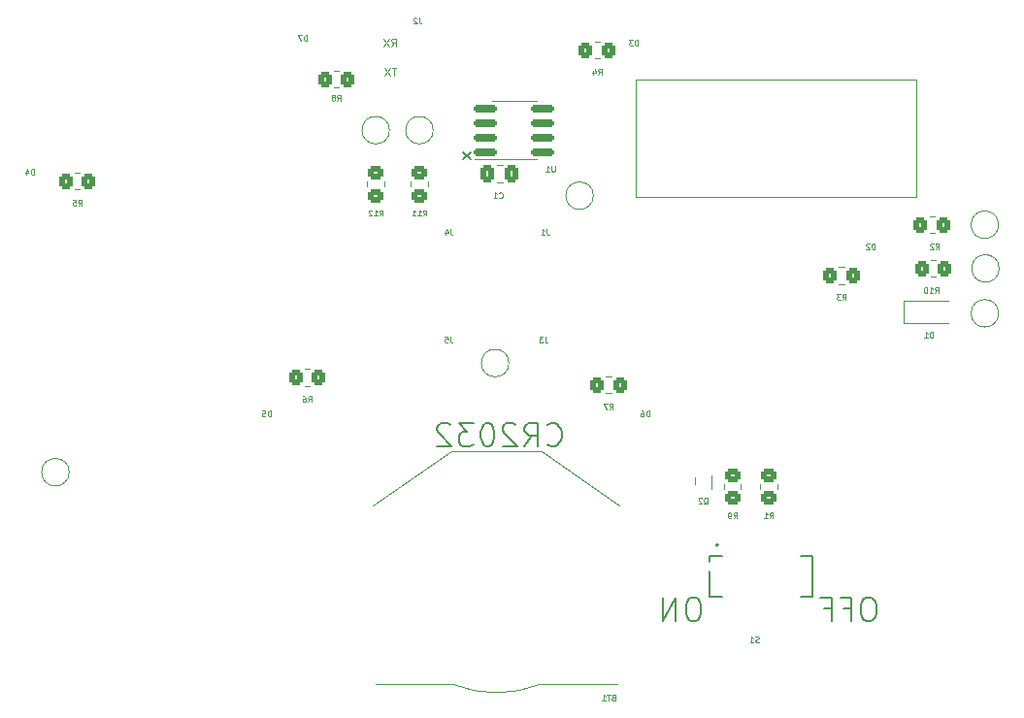
<source format=gbo>
%TF.GenerationSoftware,KiCad,Pcbnew,(6.0.2-0)*%
%TF.CreationDate,2022-12-05T13:59:39+01:00*%
%TF.ProjectId,ornament_2022,6f726e61-6d65-46e7-945f-323032322e6b,rev?*%
%TF.SameCoordinates,Original*%
%TF.FileFunction,Legend,Bot*%
%TF.FilePolarity,Positive*%
%FSLAX46Y46*%
G04 Gerber Fmt 4.6, Leading zero omitted, Abs format (unit mm)*
G04 Created by KiCad (PCBNEW (6.0.2-0)) date 2022-12-05 13:59:39*
%MOMM*%
%LPD*%
G01*
G04 APERTURE LIST*
G04 Aperture macros list*
%AMRoundRect*
0 Rectangle with rounded corners*
0 $1 Rounding radius*
0 $2 $3 $4 $5 $6 $7 $8 $9 X,Y pos of 4 corners*
0 Add a 4 corners polygon primitive as box body*
4,1,4,$2,$3,$4,$5,$6,$7,$8,$9,$2,$3,0*
0 Add four circle primitives for the rounded corners*
1,1,$1+$1,$2,$3*
1,1,$1+$1,$4,$5*
1,1,$1+$1,$6,$7*
1,1,$1+$1,$8,$9*
0 Add four rect primitives between the rounded corners*
20,1,$1+$1,$2,$3,$4,$5,0*
20,1,$1+$1,$4,$5,$6,$7,0*
20,1,$1+$1,$6,$7,$8,$9,0*
20,1,$1+$1,$8,$9,$2,$3,0*%
G04 Aperture macros list end*
%ADD10C,0.150000*%
%ADD11C,0.100000*%
%ADD12C,0.120000*%
%ADD13C,0.127000*%
%ADD14C,0.200000*%
%ADD15C,0.500000*%
%ADD16C,2.000000*%
%ADD17C,4.000000*%
%ADD18RoundRect,0.250000X-0.350000X-0.450000X0.350000X-0.450000X0.350000X0.450000X-0.350000X0.450000X0*%
%ADD19C,1.700000*%
%ADD20R,2.500000X1.000000*%
%ADD21RoundRect,0.250000X-0.450000X0.350000X-0.450000X-0.350000X0.450000X-0.350000X0.450000X0.350000X0*%
%ADD22RoundRect,0.250000X0.350000X0.450000X-0.350000X0.450000X-0.350000X-0.450000X0.350000X-0.450000X0*%
%ADD23RoundRect,0.250000X-0.337500X-0.475000X0.337500X-0.475000X0.337500X0.475000X-0.337500X0.475000X0*%
%ADD24R,0.400000X0.450000*%
%ADD25R,0.500000X0.450000*%
%ADD26RoundRect,0.250000X0.450000X-0.350000X0.450000X0.350000X-0.450000X0.350000X-0.450000X-0.350000X0*%
%ADD27R,0.900000X1.200000*%
%ADD28RoundRect,0.150000X-0.825000X-0.150000X0.825000X-0.150000X0.825000X0.150000X-0.825000X0.150000X0*%
%ADD29R,2.500000X6.000000*%
%ADD30C,16.000000*%
%ADD31R,1.200000X2.500000*%
%ADD32C,0.800000*%
%ADD33C,0.500000*%
G04 APERTURE END LIST*
D10*
X206375000Y-50800000D02*
X205740000Y-50165000D01*
X206375000Y-50165000D02*
X205740000Y-50800000D01*
D11*
X245268750Y-43815000D02*
X220821250Y-43815000D01*
X220821250Y-43815000D02*
X220821250Y-54102000D01*
X220821250Y-54102000D02*
X245268750Y-54102000D01*
X245268750Y-54102000D02*
X245268750Y-43815000D01*
D10*
X213105476Y-75644285D02*
X213200714Y-75739523D01*
X213486428Y-75834761D01*
X213676904Y-75834761D01*
X213962619Y-75739523D01*
X214153095Y-75549047D01*
X214248333Y-75358571D01*
X214343571Y-74977619D01*
X214343571Y-74691904D01*
X214248333Y-74310952D01*
X214153095Y-74120476D01*
X213962619Y-73930000D01*
X213676904Y-73834761D01*
X213486428Y-73834761D01*
X213200714Y-73930000D01*
X213105476Y-74025238D01*
X211105476Y-75834761D02*
X211772142Y-74882380D01*
X212248333Y-75834761D02*
X212248333Y-73834761D01*
X211486428Y-73834761D01*
X211295952Y-73930000D01*
X211200714Y-74025238D01*
X211105476Y-74215714D01*
X211105476Y-74501428D01*
X211200714Y-74691904D01*
X211295952Y-74787142D01*
X211486428Y-74882380D01*
X212248333Y-74882380D01*
X210343571Y-74025238D02*
X210248333Y-73930000D01*
X210057857Y-73834761D01*
X209581666Y-73834761D01*
X209391190Y-73930000D01*
X209295952Y-74025238D01*
X209200714Y-74215714D01*
X209200714Y-74406190D01*
X209295952Y-74691904D01*
X210438809Y-75834761D01*
X209200714Y-75834761D01*
X207962619Y-73834761D02*
X207772142Y-73834761D01*
X207581666Y-73930000D01*
X207486428Y-74025238D01*
X207391190Y-74215714D01*
X207295952Y-74596666D01*
X207295952Y-75072857D01*
X207391190Y-75453809D01*
X207486428Y-75644285D01*
X207581666Y-75739523D01*
X207772142Y-75834761D01*
X207962619Y-75834761D01*
X208153095Y-75739523D01*
X208248333Y-75644285D01*
X208343571Y-75453809D01*
X208438809Y-75072857D01*
X208438809Y-74596666D01*
X208343571Y-74215714D01*
X208248333Y-74025238D01*
X208153095Y-73930000D01*
X207962619Y-73834761D01*
X206629285Y-73834761D02*
X205391190Y-73834761D01*
X206057857Y-74596666D01*
X205772142Y-74596666D01*
X205581666Y-74691904D01*
X205486428Y-74787142D01*
X205391190Y-74977619D01*
X205391190Y-75453809D01*
X205486428Y-75644285D01*
X205581666Y-75739523D01*
X205772142Y-75834761D01*
X206343571Y-75834761D01*
X206534047Y-75739523D01*
X206629285Y-75644285D01*
X204629285Y-74025238D02*
X204534047Y-73930000D01*
X204343571Y-73834761D01*
X203867380Y-73834761D01*
X203676904Y-73930000D01*
X203581666Y-74025238D01*
X203486428Y-74215714D01*
X203486428Y-74406190D01*
X203581666Y-74691904D01*
X204724523Y-75834761D01*
X203486428Y-75834761D01*
D11*
X199506666Y-40956666D02*
X199740000Y-40623333D01*
X199906666Y-40956666D02*
X199906666Y-40256666D01*
X199640000Y-40256666D01*
X199573333Y-40290000D01*
X199540000Y-40323333D01*
X199506666Y-40390000D01*
X199506666Y-40490000D01*
X199540000Y-40556666D01*
X199573333Y-40590000D01*
X199640000Y-40623333D01*
X199906666Y-40623333D01*
X199273333Y-40256666D02*
X198806666Y-40956666D01*
X198806666Y-40256666D02*
X199273333Y-40956666D01*
X199923333Y-42796666D02*
X199523333Y-42796666D01*
X199723333Y-43496666D02*
X199723333Y-42796666D01*
X199356666Y-42796666D02*
X198890000Y-43496666D01*
X198890000Y-42796666D02*
X199356666Y-43496666D01*
D10*
X226028095Y-89074761D02*
X225647142Y-89074761D01*
X225456666Y-89170000D01*
X225266190Y-89360476D01*
X225170952Y-89741428D01*
X225170952Y-90408095D01*
X225266190Y-90789047D01*
X225456666Y-90979523D01*
X225647142Y-91074761D01*
X226028095Y-91074761D01*
X226218571Y-90979523D01*
X226409047Y-90789047D01*
X226504285Y-90408095D01*
X226504285Y-89741428D01*
X226409047Y-89360476D01*
X226218571Y-89170000D01*
X226028095Y-89074761D01*
X224313809Y-91074761D02*
X224313809Y-89074761D01*
X223170952Y-91074761D01*
X223170952Y-89074761D01*
X241299761Y-89074761D02*
X240918809Y-89074761D01*
X240728333Y-89170000D01*
X240537857Y-89360476D01*
X240442619Y-89741428D01*
X240442619Y-90408095D01*
X240537857Y-90789047D01*
X240728333Y-90979523D01*
X240918809Y-91074761D01*
X241299761Y-91074761D01*
X241490238Y-90979523D01*
X241680714Y-90789047D01*
X241775952Y-90408095D01*
X241775952Y-89741428D01*
X241680714Y-89360476D01*
X241490238Y-89170000D01*
X241299761Y-89074761D01*
X238918809Y-90027142D02*
X239585476Y-90027142D01*
X239585476Y-91074761D02*
X239585476Y-89074761D01*
X238633095Y-89074761D01*
X237204523Y-90027142D02*
X237871190Y-90027142D01*
X237871190Y-91074761D02*
X237871190Y-89074761D01*
X236918809Y-89074761D01*
D11*
%TO.C,D7*%
X192139047Y-40493162D02*
X192139047Y-39993162D01*
X192020000Y-39993162D01*
X191948571Y-40016972D01*
X191900952Y-40064591D01*
X191877142Y-40112210D01*
X191853333Y-40207448D01*
X191853333Y-40278876D01*
X191877142Y-40374114D01*
X191900952Y-40421733D01*
X191948571Y-40469352D01*
X192020000Y-40493162D01*
X192139047Y-40493162D01*
X191686666Y-39993162D02*
X191353333Y-39993162D01*
X191567619Y-40493162D01*
%TO.C,D5*%
X188964047Y-73251190D02*
X188964047Y-72751190D01*
X188845000Y-72751190D01*
X188773571Y-72775000D01*
X188725952Y-72822619D01*
X188702142Y-72870238D01*
X188678333Y-72965476D01*
X188678333Y-73036904D01*
X188702142Y-73132142D01*
X188725952Y-73179761D01*
X188773571Y-73227380D01*
X188845000Y-73251190D01*
X188964047Y-73251190D01*
X188225952Y-72751190D02*
X188464047Y-72751190D01*
X188487857Y-72989285D01*
X188464047Y-72965476D01*
X188416428Y-72941666D01*
X188297380Y-72941666D01*
X188249761Y-72965476D01*
X188225952Y-72989285D01*
X188202142Y-73036904D01*
X188202142Y-73155952D01*
X188225952Y-73203571D01*
X188249761Y-73227380D01*
X188297380Y-73251190D01*
X188416428Y-73251190D01*
X188464047Y-73227380D01*
X188487857Y-73203571D01*
%TO.C,D2*%
X241669047Y-58646190D02*
X241669047Y-58146190D01*
X241550000Y-58146190D01*
X241478571Y-58170000D01*
X241430952Y-58217619D01*
X241407142Y-58265238D01*
X241383333Y-58360476D01*
X241383333Y-58431904D01*
X241407142Y-58527142D01*
X241430952Y-58574761D01*
X241478571Y-58622380D01*
X241550000Y-58646190D01*
X241669047Y-58646190D01*
X241192857Y-58193809D02*
X241169047Y-58170000D01*
X241121428Y-58146190D01*
X241002380Y-58146190D01*
X240954761Y-58170000D01*
X240930952Y-58193809D01*
X240907142Y-58241428D01*
X240907142Y-58289047D01*
X240930952Y-58360476D01*
X241216666Y-58646190D01*
X240907142Y-58646190D01*
%TO.C,D6*%
X221984047Y-73251190D02*
X221984047Y-72751190D01*
X221865000Y-72751190D01*
X221793571Y-72775000D01*
X221745952Y-72822619D01*
X221722142Y-72870238D01*
X221698333Y-72965476D01*
X221698333Y-73036904D01*
X221722142Y-73132142D01*
X221745952Y-73179761D01*
X221793571Y-73227380D01*
X221865000Y-73251190D01*
X221984047Y-73251190D01*
X221269761Y-72751190D02*
X221365000Y-72751190D01*
X221412619Y-72775000D01*
X221436428Y-72798809D01*
X221484047Y-72870238D01*
X221507857Y-72965476D01*
X221507857Y-73155952D01*
X221484047Y-73203571D01*
X221460238Y-73227380D01*
X221412619Y-73251190D01*
X221317380Y-73251190D01*
X221269761Y-73227380D01*
X221245952Y-73203571D01*
X221222142Y-73155952D01*
X221222142Y-73036904D01*
X221245952Y-72989285D01*
X221269761Y-72965476D01*
X221317380Y-72941666D01*
X221412619Y-72941666D01*
X221460238Y-72965476D01*
X221484047Y-72989285D01*
X221507857Y-73036904D01*
%TO.C,D4*%
X168309113Y-52154286D02*
X168309113Y-51654286D01*
X168190066Y-51654286D01*
X168118637Y-51678096D01*
X168071018Y-51725715D01*
X168047208Y-51773334D01*
X168023399Y-51868572D01*
X168023399Y-51940000D01*
X168047208Y-52035238D01*
X168071018Y-52082857D01*
X168118637Y-52130476D01*
X168190066Y-52154286D01*
X168309113Y-52154286D01*
X167594827Y-51820953D02*
X167594827Y-52154286D01*
X167713875Y-51630476D02*
X167832923Y-51987619D01*
X167523399Y-51987619D01*
%TO.C,D3*%
X220994865Y-40903736D02*
X220994865Y-40403736D01*
X220875818Y-40403736D01*
X220804389Y-40427546D01*
X220756770Y-40475165D01*
X220732960Y-40522784D01*
X220709151Y-40618022D01*
X220709151Y-40689450D01*
X220732960Y-40784688D01*
X220756770Y-40832307D01*
X220804389Y-40879926D01*
X220875818Y-40903736D01*
X220994865Y-40903736D01*
X220542484Y-40403736D02*
X220232960Y-40403736D01*
X220399627Y-40594212D01*
X220328198Y-40594212D01*
X220280579Y-40618022D01*
X220256770Y-40641831D01*
X220232960Y-40689450D01*
X220232960Y-40808498D01*
X220256770Y-40856117D01*
X220280579Y-40879926D01*
X220328198Y-40903736D01*
X220471056Y-40903736D01*
X220518675Y-40879926D01*
X220542484Y-40856117D01*
%TO.C,R2*%
X246960397Y-58646190D02*
X247127064Y-58408095D01*
X247246111Y-58646190D02*
X247246111Y-58146190D01*
X247055635Y-58146190D01*
X247008016Y-58170000D01*
X246984206Y-58193809D01*
X246960397Y-58241428D01*
X246960397Y-58312857D01*
X246984206Y-58360476D01*
X247008016Y-58384285D01*
X247055635Y-58408095D01*
X247246111Y-58408095D01*
X246769921Y-58193809D02*
X246746111Y-58170000D01*
X246698492Y-58146190D01*
X246579444Y-58146190D01*
X246531825Y-58170000D01*
X246508016Y-58193809D01*
X246484206Y-58241428D01*
X246484206Y-58289047D01*
X246508016Y-58360476D01*
X246793730Y-58646190D01*
X246484206Y-58646190D01*
%TO.C,J4*%
X204636666Y-56876190D02*
X204636666Y-57233333D01*
X204660476Y-57304761D01*
X204708095Y-57352380D01*
X204779523Y-57376190D01*
X204827142Y-57376190D01*
X204184285Y-57042857D02*
X204184285Y-57376190D01*
X204303333Y-56852380D02*
X204422380Y-57209523D01*
X204112857Y-57209523D01*
%TO.C,J2*%
X201906666Y-38461190D02*
X201906666Y-38818333D01*
X201930476Y-38889761D01*
X201978095Y-38937380D01*
X202049523Y-38961190D01*
X202097142Y-38961190D01*
X201692380Y-38508809D02*
X201668571Y-38485000D01*
X201620952Y-38461190D01*
X201501904Y-38461190D01*
X201454285Y-38485000D01*
X201430476Y-38508809D01*
X201406666Y-38556428D01*
X201406666Y-38604047D01*
X201430476Y-38675476D01*
X201716190Y-38961190D01*
X201406666Y-38961190D01*
%TO.C,R12*%
X198441428Y-55741190D02*
X198608095Y-55503095D01*
X198727142Y-55741190D02*
X198727142Y-55241190D01*
X198536666Y-55241190D01*
X198489047Y-55265000D01*
X198465238Y-55288809D01*
X198441428Y-55336428D01*
X198441428Y-55407857D01*
X198465238Y-55455476D01*
X198489047Y-55479285D01*
X198536666Y-55503095D01*
X198727142Y-55503095D01*
X197965238Y-55741190D02*
X198250952Y-55741190D01*
X198108095Y-55741190D02*
X198108095Y-55241190D01*
X198155714Y-55312619D01*
X198203333Y-55360238D01*
X198250952Y-55384047D01*
X197774761Y-55288809D02*
X197750952Y-55265000D01*
X197703333Y-55241190D01*
X197584285Y-55241190D01*
X197536666Y-55265000D01*
X197512857Y-55288809D01*
X197489047Y-55336428D01*
X197489047Y-55384047D01*
X197512857Y-55455476D01*
X197798571Y-55741190D01*
X197489047Y-55741190D01*
%TO.C,R8*%
X194758333Y-45691190D02*
X194925000Y-45453095D01*
X195044047Y-45691190D02*
X195044047Y-45191190D01*
X194853571Y-45191190D01*
X194805952Y-45215000D01*
X194782142Y-45238809D01*
X194758333Y-45286428D01*
X194758333Y-45357857D01*
X194782142Y-45405476D01*
X194805952Y-45429285D01*
X194853571Y-45453095D01*
X195044047Y-45453095D01*
X194472619Y-45405476D02*
X194520238Y-45381666D01*
X194544047Y-45357857D01*
X194567857Y-45310238D01*
X194567857Y-45286428D01*
X194544047Y-45238809D01*
X194520238Y-45215000D01*
X194472619Y-45191190D01*
X194377380Y-45191190D01*
X194329761Y-45215000D01*
X194305952Y-45238809D01*
X194282142Y-45286428D01*
X194282142Y-45310238D01*
X194305952Y-45357857D01*
X194329761Y-45381666D01*
X194377380Y-45405476D01*
X194472619Y-45405476D01*
X194520238Y-45429285D01*
X194544047Y-45453095D01*
X194567857Y-45500714D01*
X194567857Y-45595952D01*
X194544047Y-45643571D01*
X194520238Y-45667380D01*
X194472619Y-45691190D01*
X194377380Y-45691190D01*
X194329761Y-45667380D01*
X194305952Y-45643571D01*
X194282142Y-45595952D01*
X194282142Y-45500714D01*
X194305952Y-45453095D01*
X194329761Y-45429285D01*
X194377380Y-45405476D01*
%TO.C,J1*%
X213049712Y-56876190D02*
X213049712Y-57233333D01*
X213073522Y-57304761D01*
X213121141Y-57352380D01*
X213192569Y-57376190D01*
X213240188Y-57376190D01*
X212549712Y-57376190D02*
X212835426Y-57376190D01*
X212692569Y-57376190D02*
X212692569Y-56876190D01*
X212740188Y-56947619D01*
X212787807Y-56995238D01*
X212835426Y-57019047D01*
%TO.C,R11*%
X202251428Y-55741190D02*
X202418095Y-55503095D01*
X202537142Y-55741190D02*
X202537142Y-55241190D01*
X202346666Y-55241190D01*
X202299047Y-55265000D01*
X202275238Y-55288809D01*
X202251428Y-55336428D01*
X202251428Y-55407857D01*
X202275238Y-55455476D01*
X202299047Y-55479285D01*
X202346666Y-55503095D01*
X202537142Y-55503095D01*
X201775238Y-55741190D02*
X202060952Y-55741190D01*
X201918095Y-55741190D02*
X201918095Y-55241190D01*
X201965714Y-55312619D01*
X202013333Y-55360238D01*
X202060952Y-55384047D01*
X201299047Y-55741190D02*
X201584761Y-55741190D01*
X201441904Y-55741190D02*
X201441904Y-55241190D01*
X201489523Y-55312619D01*
X201537142Y-55360238D01*
X201584761Y-55384047D01*
%TO.C,R10*%
X246906474Y-62456190D02*
X247073141Y-62218095D01*
X247192188Y-62456190D02*
X247192188Y-61956190D01*
X247001712Y-61956190D01*
X246954093Y-61980000D01*
X246930284Y-62003809D01*
X246906474Y-62051428D01*
X246906474Y-62122857D01*
X246930284Y-62170476D01*
X246954093Y-62194285D01*
X247001712Y-62218095D01*
X247192188Y-62218095D01*
X246430284Y-62456190D02*
X246715998Y-62456190D01*
X246573141Y-62456190D02*
X246573141Y-61956190D01*
X246620760Y-62027619D01*
X246668379Y-62075238D01*
X246715998Y-62099047D01*
X246120760Y-61956190D02*
X246073141Y-61956190D01*
X246025522Y-61980000D01*
X246001712Y-62003809D01*
X245977903Y-62051428D01*
X245954093Y-62146666D01*
X245954093Y-62265714D01*
X245977903Y-62360952D01*
X246001712Y-62408571D01*
X246025522Y-62432380D01*
X246073141Y-62456190D01*
X246120760Y-62456190D01*
X246168379Y-62432380D01*
X246192188Y-62408571D01*
X246215998Y-62360952D01*
X246239807Y-62265714D01*
X246239807Y-62146666D01*
X246215998Y-62051428D01*
X246192188Y-62003809D01*
X246168379Y-61980000D01*
X246120760Y-61956190D01*
%TO.C,C1*%
X208895205Y-54153571D02*
X208919014Y-54177380D01*
X208990443Y-54201190D01*
X209038062Y-54201190D01*
X209109491Y-54177380D01*
X209157110Y-54129761D01*
X209180919Y-54082142D01*
X209204729Y-53986904D01*
X209204729Y-53915476D01*
X209180919Y-53820238D01*
X209157110Y-53772619D01*
X209109491Y-53725000D01*
X209038062Y-53701190D01*
X208990443Y-53701190D01*
X208919014Y-53725000D01*
X208895205Y-53748809D01*
X208419014Y-54201190D02*
X208704729Y-54201190D01*
X208561872Y-54201190D02*
X208561872Y-53701190D01*
X208609491Y-53772619D01*
X208657110Y-53820238D01*
X208704729Y-53844047D01*
%TO.C,R7*%
X218523333Y-72616190D02*
X218690000Y-72378095D01*
X218809047Y-72616190D02*
X218809047Y-72116190D01*
X218618571Y-72116190D01*
X218570952Y-72140000D01*
X218547142Y-72163809D01*
X218523333Y-72211428D01*
X218523333Y-72282857D01*
X218547142Y-72330476D01*
X218570952Y-72354285D01*
X218618571Y-72378095D01*
X218809047Y-72378095D01*
X218356666Y-72116190D02*
X218023333Y-72116190D01*
X218237619Y-72616190D01*
%TO.C,Q2*%
X226742619Y-80885855D02*
X226790238Y-80862046D01*
X226837857Y-80814426D01*
X226909285Y-80742998D01*
X226956904Y-80719188D01*
X227004523Y-80719188D01*
X226980714Y-80838236D02*
X227028333Y-80814426D01*
X227075952Y-80766807D01*
X227099761Y-80671569D01*
X227099761Y-80504903D01*
X227075952Y-80409665D01*
X227028333Y-80362046D01*
X226980714Y-80338236D01*
X226885476Y-80338236D01*
X226837857Y-80362046D01*
X226790238Y-80409665D01*
X226766428Y-80504903D01*
X226766428Y-80671569D01*
X226790238Y-80766807D01*
X226837857Y-80814426D01*
X226885476Y-80838236D01*
X226980714Y-80838236D01*
X226575952Y-80385855D02*
X226552142Y-80362046D01*
X226504523Y-80338236D01*
X226385476Y-80338236D01*
X226337857Y-80362046D01*
X226314047Y-80385855D01*
X226290238Y-80433474D01*
X226290238Y-80481093D01*
X226314047Y-80552522D01*
X226599761Y-80838236D01*
X226290238Y-80838236D01*
%TO.C,R1*%
X232493333Y-82141190D02*
X232660000Y-81903095D01*
X232779047Y-82141190D02*
X232779047Y-81641190D01*
X232588571Y-81641190D01*
X232540952Y-81665000D01*
X232517142Y-81688809D01*
X232493333Y-81736428D01*
X232493333Y-81807857D01*
X232517142Y-81855476D01*
X232540952Y-81879285D01*
X232588571Y-81903095D01*
X232779047Y-81903095D01*
X232017142Y-82141190D02*
X232302857Y-82141190D01*
X232160000Y-82141190D02*
X232160000Y-81641190D01*
X232207619Y-81712619D01*
X232255238Y-81760238D01*
X232302857Y-81784047D01*
%TO.C,D1*%
X246749047Y-66361190D02*
X246749047Y-65861190D01*
X246630000Y-65861190D01*
X246558571Y-65885000D01*
X246510952Y-65932619D01*
X246487142Y-65980238D01*
X246463333Y-66075476D01*
X246463333Y-66146904D01*
X246487142Y-66242142D01*
X246510952Y-66289761D01*
X246558571Y-66337380D01*
X246630000Y-66361190D01*
X246749047Y-66361190D01*
X245987142Y-66361190D02*
X246272857Y-66361190D01*
X246130000Y-66361190D02*
X246130000Y-65861190D01*
X246177619Y-65932619D01*
X246225238Y-65980238D01*
X246272857Y-66004047D01*
%TO.C,J3*%
X212891666Y-66274190D02*
X212891666Y-66631333D01*
X212915476Y-66702761D01*
X212963095Y-66750380D01*
X213034523Y-66774190D01*
X213082142Y-66774190D01*
X212701190Y-66274190D02*
X212391666Y-66274190D01*
X212558333Y-66464666D01*
X212486904Y-66464666D01*
X212439285Y-66488476D01*
X212415476Y-66512285D01*
X212391666Y-66559904D01*
X212391666Y-66678952D01*
X212415476Y-66726571D01*
X212439285Y-66750380D01*
X212486904Y-66774190D01*
X212629761Y-66774190D01*
X212677380Y-66750380D01*
X212701190Y-66726571D01*
%TO.C,J5*%
X204636666Y-66274190D02*
X204636666Y-66631333D01*
X204660476Y-66702761D01*
X204708095Y-66750380D01*
X204779523Y-66774190D01*
X204827142Y-66774190D01*
X204160476Y-66274190D02*
X204398571Y-66274190D01*
X204422380Y-66512285D01*
X204398571Y-66488476D01*
X204350952Y-66464666D01*
X204231904Y-66464666D01*
X204184285Y-66488476D01*
X204160476Y-66512285D01*
X204136666Y-66559904D01*
X204136666Y-66678952D01*
X204160476Y-66726571D01*
X204184285Y-66750380D01*
X204231904Y-66774190D01*
X204350952Y-66774190D01*
X204398571Y-66750380D01*
X204422380Y-66726571D01*
%TO.C,U1*%
X213740952Y-51386190D02*
X213740952Y-51790952D01*
X213717142Y-51838571D01*
X213693333Y-51862380D01*
X213645714Y-51886190D01*
X213550476Y-51886190D01*
X213502857Y-51862380D01*
X213479047Y-51838571D01*
X213455238Y-51790952D01*
X213455238Y-51386190D01*
X212955238Y-51886190D02*
X213240952Y-51886190D01*
X213098095Y-51886190D02*
X213098095Y-51386190D01*
X213145714Y-51457619D01*
X213193333Y-51505238D01*
X213240952Y-51529047D01*
%TO.C,R6*%
X192218333Y-71981190D02*
X192385000Y-71743095D01*
X192504047Y-71981190D02*
X192504047Y-71481190D01*
X192313571Y-71481190D01*
X192265952Y-71505000D01*
X192242142Y-71528809D01*
X192218333Y-71576428D01*
X192218333Y-71647857D01*
X192242142Y-71695476D01*
X192265952Y-71719285D01*
X192313571Y-71743095D01*
X192504047Y-71743095D01*
X191789761Y-71481190D02*
X191885000Y-71481190D01*
X191932619Y-71505000D01*
X191956428Y-71528809D01*
X192004047Y-71600238D01*
X192027857Y-71695476D01*
X192027857Y-71885952D01*
X192004047Y-71933571D01*
X191980238Y-71957380D01*
X191932619Y-71981190D01*
X191837380Y-71981190D01*
X191789761Y-71957380D01*
X191765952Y-71933571D01*
X191742142Y-71885952D01*
X191742142Y-71766904D01*
X191765952Y-71719285D01*
X191789761Y-71695476D01*
X191837380Y-71671666D01*
X191932619Y-71671666D01*
X191980238Y-71695476D01*
X192004047Y-71719285D01*
X192027857Y-71766904D01*
%TO.C,BT1*%
X218832857Y-97754285D02*
X218761428Y-97778095D01*
X218737619Y-97801904D01*
X218713809Y-97849523D01*
X218713809Y-97920952D01*
X218737619Y-97968571D01*
X218761428Y-97992380D01*
X218809047Y-98016190D01*
X218999523Y-98016190D01*
X218999523Y-97516190D01*
X218832857Y-97516190D01*
X218785238Y-97540000D01*
X218761428Y-97563809D01*
X218737619Y-97611428D01*
X218737619Y-97659047D01*
X218761428Y-97706666D01*
X218785238Y-97730476D01*
X218832857Y-97754285D01*
X218999523Y-97754285D01*
X218570952Y-97516190D02*
X218285238Y-97516190D01*
X218428095Y-98016190D02*
X218428095Y-97516190D01*
X217856666Y-98016190D02*
X218142380Y-98016190D01*
X217999523Y-98016190D02*
X217999523Y-97516190D01*
X218047142Y-97587619D01*
X218094761Y-97635238D01*
X218142380Y-97659047D01*
%TO.C,S1*%
X231520952Y-92912380D02*
X231449523Y-92936190D01*
X231330476Y-92936190D01*
X231282857Y-92912380D01*
X231259047Y-92888571D01*
X231235238Y-92840952D01*
X231235238Y-92793333D01*
X231259047Y-92745714D01*
X231282857Y-92721904D01*
X231330476Y-92698095D01*
X231425714Y-92674285D01*
X231473333Y-92650476D01*
X231497142Y-92626666D01*
X231520952Y-92579047D01*
X231520952Y-92531428D01*
X231497142Y-92483809D01*
X231473333Y-92460000D01*
X231425714Y-92436190D01*
X231306666Y-92436190D01*
X231235238Y-92460000D01*
X230759047Y-92936190D02*
X231044761Y-92936190D01*
X230901904Y-92936190D02*
X230901904Y-92436190D01*
X230949523Y-92507619D01*
X230997142Y-92555238D01*
X231044761Y-92579047D01*
%TO.C,R9*%
X229318333Y-82141190D02*
X229485000Y-81903095D01*
X229604047Y-82141190D02*
X229604047Y-81641190D01*
X229413571Y-81641190D01*
X229365952Y-81665000D01*
X229342142Y-81688809D01*
X229318333Y-81736428D01*
X229318333Y-81807857D01*
X229342142Y-81855476D01*
X229365952Y-81879285D01*
X229413571Y-81903095D01*
X229604047Y-81903095D01*
X229080238Y-82141190D02*
X228985000Y-82141190D01*
X228937380Y-82117380D01*
X228913571Y-82093571D01*
X228865952Y-82022142D01*
X228842142Y-81926904D01*
X228842142Y-81736428D01*
X228865952Y-81688809D01*
X228889761Y-81665000D01*
X228937380Y-81641190D01*
X229032619Y-81641190D01*
X229080238Y-81665000D01*
X229104047Y-81688809D01*
X229127857Y-81736428D01*
X229127857Y-81855476D01*
X229104047Y-81903095D01*
X229080238Y-81926904D01*
X229032619Y-81950714D01*
X228937380Y-81950714D01*
X228889761Y-81926904D01*
X228865952Y-81903095D01*
X228842142Y-81855476D01*
%TO.C,R4*%
X217523333Y-43406190D02*
X217690000Y-43168095D01*
X217809047Y-43406190D02*
X217809047Y-42906190D01*
X217618571Y-42906190D01*
X217570952Y-42930000D01*
X217547142Y-42953809D01*
X217523333Y-43001428D01*
X217523333Y-43072857D01*
X217547142Y-43120476D01*
X217570952Y-43144285D01*
X217618571Y-43168095D01*
X217809047Y-43168095D01*
X217094761Y-43072857D02*
X217094761Y-43406190D01*
X217213809Y-42882380D02*
X217332857Y-43239523D01*
X217023333Y-43239523D01*
%TO.C,R3*%
X238843333Y-63091190D02*
X239010000Y-62853095D01*
X239129047Y-63091190D02*
X239129047Y-62591190D01*
X238938571Y-62591190D01*
X238890952Y-62615000D01*
X238867142Y-62638809D01*
X238843333Y-62686428D01*
X238843333Y-62757857D01*
X238867142Y-62805476D01*
X238890952Y-62829285D01*
X238938571Y-62853095D01*
X239129047Y-62853095D01*
X238676666Y-62591190D02*
X238367142Y-62591190D01*
X238533809Y-62781666D01*
X238462380Y-62781666D01*
X238414761Y-62805476D01*
X238390952Y-62829285D01*
X238367142Y-62876904D01*
X238367142Y-62995952D01*
X238390952Y-63043571D01*
X238414761Y-63067380D01*
X238462380Y-63091190D01*
X238605238Y-63091190D01*
X238652857Y-63067380D01*
X238676666Y-63043571D01*
%TO.C,R5*%
X172168333Y-54836190D02*
X172335000Y-54598095D01*
X172454047Y-54836190D02*
X172454047Y-54336190D01*
X172263571Y-54336190D01*
X172215952Y-54360000D01*
X172192142Y-54383809D01*
X172168333Y-54431428D01*
X172168333Y-54502857D01*
X172192142Y-54550476D01*
X172215952Y-54574285D01*
X172263571Y-54598095D01*
X172454047Y-54598095D01*
X171715952Y-54336190D02*
X171954047Y-54336190D01*
X171977857Y-54574285D01*
X171954047Y-54550476D01*
X171906428Y-54526666D01*
X171787380Y-54526666D01*
X171739761Y-54550476D01*
X171715952Y-54574285D01*
X171692142Y-54621904D01*
X171692142Y-54740952D01*
X171715952Y-54788571D01*
X171739761Y-54812380D01*
X171787380Y-54836190D01*
X171906428Y-54836190D01*
X171954047Y-54812380D01*
X171977857Y-54788571D01*
D12*
%TO.C,TP5*%
X209734000Y-68580000D02*
G75*
G03*
X209734000Y-68580000I-1200000J0D01*
G01*
%TO.C,TP8*%
X252501954Y-60325000D02*
G75*
G03*
X252501954Y-60325000I-1200000J0D01*
G01*
%TO.C,TP7*%
X252448826Y-56515000D02*
G75*
G03*
X252448826Y-56515000I-1200000J0D01*
G01*
%TO.C,TP6*%
X252448826Y-64243474D02*
G75*
G03*
X252448826Y-64243474I-1200000J0D01*
G01*
%TO.C,TP2*%
X171380000Y-78105000D02*
G75*
G03*
X171380000Y-78105000I-1200000J0D01*
G01*
%TO.C,R2*%
X246422936Y-57250000D02*
X246877064Y-57250000D01*
X246422936Y-55780000D02*
X246877064Y-55780000D01*
%TO.C,TP1*%
X217100000Y-53975000D02*
G75*
G03*
X217100000Y-53975000I-1200000J0D01*
G01*
%TO.C,R12*%
X198855000Y-52747936D02*
X198855000Y-53202064D01*
X197385000Y-52747936D02*
X197385000Y-53202064D01*
%TO.C,TP4*%
X199320000Y-48260000D02*
G75*
G03*
X199320000Y-48260000I-1200000J0D01*
G01*
%TO.C,R8*%
X194447936Y-44550000D02*
X194902064Y-44550000D01*
X194447936Y-43080000D02*
X194902064Y-43080000D01*
%TO.C,R11*%
X201195000Y-52747936D02*
X201195000Y-53202064D01*
X202665000Y-52747936D02*
X202665000Y-53202064D01*
%TO.C,R10*%
X246972064Y-59590000D02*
X246517936Y-59590000D01*
X246972064Y-61060000D02*
X246517936Y-61060000D01*
%TO.C,TP3*%
X203130000Y-48260000D02*
G75*
G03*
X203130000Y-48260000I-1200000J0D01*
G01*
%TO.C,C1*%
X208653748Y-51335000D02*
X209176252Y-51335000D01*
X208653748Y-52805000D02*
X209176252Y-52805000D01*
%TO.C,R7*%
X218667064Y-71220000D02*
X218212936Y-71220000D01*
X218667064Y-69750000D02*
X218212936Y-69750000D01*
%TO.C,Q2*%
X225995000Y-78567000D02*
X225995000Y-79167000D01*
X227395000Y-78367000D02*
X227395000Y-79567000D01*
X227395000Y-79567000D02*
X227395000Y-79567000D01*
%TO.C,R1*%
X233145000Y-79602064D02*
X233145000Y-79147936D01*
X231675000Y-79602064D02*
X231675000Y-79147936D01*
%TO.C,D1*%
X244130000Y-63135000D02*
X248030000Y-63135000D01*
X244130000Y-65135000D02*
X244130000Y-63135000D01*
X244130000Y-65135000D02*
X248030000Y-65135000D01*
%TO.C,U1*%
X210185000Y-45700000D02*
X208235000Y-45700000D01*
X210185000Y-50820000D02*
X212135000Y-50820000D01*
X210185000Y-50820000D02*
X206735000Y-50820000D01*
X210185000Y-45700000D02*
X212135000Y-45700000D01*
%TO.C,R6*%
X191907936Y-69115000D02*
X192362064Y-69115000D01*
X191907936Y-70585000D02*
X192362064Y-70585000D01*
%TO.C,BT1*%
X212603826Y-76253474D02*
X219403826Y-81053474D01*
X204703826Y-76253474D02*
X212603826Y-76253474D01*
X197853826Y-81053474D02*
X204703826Y-76253474D01*
X219203826Y-96603474D02*
X212503826Y-96603474D01*
X198103826Y-96603474D02*
X204803826Y-96603474D01*
X204807441Y-96604938D02*
G75*
G03*
X212503826Y-96603474I3846385J9501471D01*
G01*
D13*
%TO.C,S1*%
X236235000Y-89005000D02*
X235155000Y-89005000D01*
X235155000Y-85405000D02*
X236235000Y-85405000D01*
X228315000Y-89005000D02*
X227235000Y-89005000D01*
X227235000Y-89005000D02*
X227235000Y-85405000D01*
X236235000Y-85405000D02*
X236235000Y-89005000D01*
X227235000Y-85405000D02*
X228315000Y-85405000D01*
D14*
X227995000Y-84455000D02*
G75*
G03*
X227995000Y-84455000I-100000J0D01*
G01*
D12*
%TO.C,R9*%
X229970000Y-79147936D02*
X229970000Y-79602064D01*
X228500000Y-79147936D02*
X228500000Y-79602064D01*
%TO.C,R4*%
X217667064Y-42010000D02*
X217212936Y-42010000D01*
X217667064Y-40540000D02*
X217212936Y-40540000D01*
%TO.C,R3*%
X238987064Y-61695000D02*
X238532936Y-61695000D01*
X238987064Y-60225000D02*
X238532936Y-60225000D01*
%TO.C,R5*%
X171857936Y-53440000D02*
X172312064Y-53440000D01*
X171857936Y-51970000D02*
X172312064Y-51970000D01*
%TD*%
%LPC*%
D15*
X244538500Y-44577000D02*
X221551500Y-44577000D01*
X221551500Y-44577000D02*
X221551500Y-53213000D01*
X221551500Y-53213000D02*
X244538500Y-53213000D01*
X244538500Y-53213000D02*
X244538500Y-44577000D01*
D14*
X241868809Y-48486142D02*
X241949761Y-48567095D01*
X242192619Y-48648047D01*
X242354523Y-48648047D01*
X242597380Y-48567095D01*
X242759285Y-48405190D01*
X242840238Y-48243285D01*
X242921190Y-47919476D01*
X242921190Y-47676619D01*
X242840238Y-47352809D01*
X242759285Y-47190904D01*
X242597380Y-47029000D01*
X242354523Y-46948047D01*
X242192619Y-46948047D01*
X241949761Y-47029000D01*
X241868809Y-47109952D01*
X241140238Y-48648047D02*
X241140238Y-46948047D01*
X240411666Y-48648047D02*
X240411666Y-47757571D01*
X240492619Y-47595666D01*
X240654523Y-47514714D01*
X240897380Y-47514714D01*
X241059285Y-47595666D01*
X241140238Y-47676619D01*
X239602142Y-48648047D02*
X239602142Y-47514714D01*
X239602142Y-47838523D02*
X239521190Y-47676619D01*
X239440238Y-47595666D01*
X239278333Y-47514714D01*
X239116428Y-47514714D01*
X238549761Y-48648047D02*
X238549761Y-47514714D01*
X238549761Y-46948047D02*
X238630714Y-47029000D01*
X238549761Y-47109952D01*
X238468809Y-47029000D01*
X238549761Y-46948047D01*
X238549761Y-47109952D01*
X237821190Y-48567095D02*
X237659285Y-48648047D01*
X237335476Y-48648047D01*
X237173571Y-48567095D01*
X237092619Y-48405190D01*
X237092619Y-48324238D01*
X237173571Y-48162333D01*
X237335476Y-48081380D01*
X237578333Y-48081380D01*
X237740238Y-48000428D01*
X237821190Y-47838523D01*
X237821190Y-47757571D01*
X237740238Y-47595666D01*
X237578333Y-47514714D01*
X237335476Y-47514714D01*
X237173571Y-47595666D01*
X236606904Y-47514714D02*
X235959285Y-47514714D01*
X236364047Y-46948047D02*
X236364047Y-48405190D01*
X236283095Y-48567095D01*
X236121190Y-48648047D01*
X235959285Y-48648047D01*
X235392619Y-48648047D02*
X235392619Y-47514714D01*
X235392619Y-47676619D02*
X235311666Y-47595666D01*
X235149761Y-47514714D01*
X234906904Y-47514714D01*
X234745000Y-47595666D01*
X234664047Y-47757571D01*
X234664047Y-48648047D01*
X234664047Y-47757571D02*
X234583095Y-47595666D01*
X234421190Y-47514714D01*
X234178333Y-47514714D01*
X234016428Y-47595666D01*
X233935476Y-47757571D01*
X233935476Y-48648047D01*
X232397380Y-48648047D02*
X232397380Y-47757571D01*
X232478333Y-47595666D01*
X232640238Y-47514714D01*
X232964047Y-47514714D01*
X233125952Y-47595666D01*
X232397380Y-48567095D02*
X232559285Y-48648047D01*
X232964047Y-48648047D01*
X233125952Y-48567095D01*
X233206904Y-48405190D01*
X233206904Y-48243285D01*
X233125952Y-48081380D01*
X232964047Y-48000428D01*
X232559285Y-48000428D01*
X232397380Y-47919476D01*
X231668809Y-48567095D02*
X231506904Y-48648047D01*
X231183095Y-48648047D01*
X231021190Y-48567095D01*
X230940238Y-48405190D01*
X230940238Y-48324238D01*
X231021190Y-48162333D01*
X231183095Y-48081380D01*
X231425952Y-48081380D01*
X231587857Y-48000428D01*
X231668809Y-47838523D01*
X231668809Y-47757571D01*
X231587857Y-47595666D01*
X231425952Y-47514714D01*
X231183095Y-47514714D01*
X231021190Y-47595666D01*
X228997380Y-47109952D02*
X228916428Y-47029000D01*
X228754523Y-46948047D01*
X228349761Y-46948047D01*
X228187857Y-47029000D01*
X228106904Y-47109952D01*
X228025952Y-47271857D01*
X228025952Y-47433761D01*
X228106904Y-47676619D01*
X229078333Y-48648047D01*
X228025952Y-48648047D01*
X226973571Y-46948047D02*
X226811666Y-46948047D01*
X226649761Y-47029000D01*
X226568809Y-47109952D01*
X226487857Y-47271857D01*
X226406904Y-47595666D01*
X226406904Y-48000428D01*
X226487857Y-48324238D01*
X226568809Y-48486142D01*
X226649761Y-48567095D01*
X226811666Y-48648047D01*
X226973571Y-48648047D01*
X227135476Y-48567095D01*
X227216428Y-48486142D01*
X227297380Y-48324238D01*
X227378333Y-48000428D01*
X227378333Y-47595666D01*
X227297380Y-47271857D01*
X227216428Y-47109952D01*
X227135476Y-47029000D01*
X226973571Y-46948047D01*
X225759285Y-47109952D02*
X225678333Y-47029000D01*
X225516428Y-46948047D01*
X225111666Y-46948047D01*
X224949761Y-47029000D01*
X224868809Y-47109952D01*
X224787857Y-47271857D01*
X224787857Y-47433761D01*
X224868809Y-47676619D01*
X225840238Y-48648047D01*
X224787857Y-48648047D01*
X224140238Y-47109952D02*
X224059285Y-47029000D01*
X223897380Y-46948047D01*
X223492619Y-46948047D01*
X223330714Y-47029000D01*
X223249761Y-47109952D01*
X223168809Y-47271857D01*
X223168809Y-47433761D01*
X223249761Y-47676619D01*
X224221190Y-48648047D01*
X223168809Y-48648047D01*
D11*
X241283095Y-51204761D02*
X241140238Y-51252380D01*
X240902142Y-51252380D01*
X240806904Y-51204761D01*
X240759285Y-51157142D01*
X240711666Y-51061904D01*
X240711666Y-50966666D01*
X240759285Y-50871428D01*
X240806904Y-50823809D01*
X240902142Y-50776190D01*
X241092619Y-50728571D01*
X241187857Y-50680952D01*
X241235476Y-50633333D01*
X241283095Y-50538095D01*
X241283095Y-50442857D01*
X241235476Y-50347619D01*
X241187857Y-50300000D01*
X241092619Y-50252380D01*
X240854523Y-50252380D01*
X240711666Y-50300000D01*
X239902142Y-51204761D02*
X239997380Y-51252380D01*
X240187857Y-51252380D01*
X240283095Y-51204761D01*
X240330714Y-51109523D01*
X240330714Y-50728571D01*
X240283095Y-50633333D01*
X240187857Y-50585714D01*
X239997380Y-50585714D01*
X239902142Y-50633333D01*
X239854523Y-50728571D01*
X239854523Y-50823809D01*
X240330714Y-50919047D01*
X238997380Y-51204761D02*
X239092619Y-51252380D01*
X239283095Y-51252380D01*
X239378333Y-51204761D01*
X239425952Y-51157142D01*
X239473571Y-51061904D01*
X239473571Y-50776190D01*
X239425952Y-50680952D01*
X239378333Y-50633333D01*
X239283095Y-50585714D01*
X239092619Y-50585714D01*
X238997380Y-50633333D01*
X238425952Y-51252380D02*
X238521190Y-51204761D01*
X238568809Y-51157142D01*
X238616428Y-51061904D01*
X238616428Y-50776190D01*
X238568809Y-50680952D01*
X238521190Y-50633333D01*
X238425952Y-50585714D01*
X238283095Y-50585714D01*
X238187857Y-50633333D01*
X238140238Y-50680952D01*
X238092619Y-50776190D01*
X238092619Y-51061904D01*
X238140238Y-51157142D01*
X238187857Y-51204761D01*
X238283095Y-51252380D01*
X238425952Y-51252380D01*
X237664047Y-50585714D02*
X237664047Y-51252380D01*
X237664047Y-50680952D02*
X237616428Y-50633333D01*
X237521190Y-50585714D01*
X237378333Y-50585714D01*
X237283095Y-50633333D01*
X237235476Y-50728571D01*
X237235476Y-51252380D01*
X236330714Y-51252380D02*
X236330714Y-50252380D01*
X236330714Y-51204761D02*
X236425952Y-51252380D01*
X236616428Y-51252380D01*
X236711666Y-51204761D01*
X236759285Y-51157142D01*
X236806904Y-51061904D01*
X236806904Y-50776190D01*
X236759285Y-50680952D01*
X236711666Y-50633333D01*
X236616428Y-50585714D01*
X236425952Y-50585714D01*
X236330714Y-50633333D01*
X235140238Y-51204761D02*
X234997380Y-51252380D01*
X234759285Y-51252380D01*
X234664047Y-51204761D01*
X234616428Y-51157142D01*
X234568809Y-51061904D01*
X234568809Y-50966666D01*
X234616428Y-50871428D01*
X234664047Y-50823809D01*
X234759285Y-50776190D01*
X234949761Y-50728571D01*
X235045000Y-50680952D01*
X235092619Y-50633333D01*
X235140238Y-50538095D01*
X235140238Y-50442857D01*
X235092619Y-50347619D01*
X235045000Y-50300000D01*
X234949761Y-50252380D01*
X234711666Y-50252380D01*
X234568809Y-50300000D01*
X234283095Y-50585714D02*
X233902142Y-50585714D01*
X234140238Y-50252380D02*
X234140238Y-51109523D01*
X234092619Y-51204761D01*
X233997380Y-51252380D01*
X233902142Y-51252380D01*
X233568809Y-51252380D02*
X233568809Y-50585714D01*
X233568809Y-50776190D02*
X233521190Y-50680952D01*
X233473571Y-50633333D01*
X233378333Y-50585714D01*
X233283095Y-50585714D01*
X232949761Y-51252380D02*
X232949761Y-50585714D01*
X232949761Y-50252380D02*
X232997380Y-50300000D01*
X232949761Y-50347619D01*
X232902142Y-50300000D01*
X232949761Y-50252380D01*
X232949761Y-50347619D01*
X232473571Y-50585714D02*
X232473571Y-51252380D01*
X232473571Y-50680952D02*
X232425952Y-50633333D01*
X232330714Y-50585714D01*
X232187857Y-50585714D01*
X232092619Y-50633333D01*
X232045000Y-50728571D01*
X232045000Y-51252380D01*
X231140238Y-50585714D02*
X231140238Y-51395238D01*
X231187857Y-51490476D01*
X231235476Y-51538095D01*
X231330714Y-51585714D01*
X231473571Y-51585714D01*
X231568809Y-51538095D01*
X231140238Y-51204761D02*
X231235476Y-51252380D01*
X231425952Y-51252380D01*
X231521190Y-51204761D01*
X231568809Y-51157142D01*
X231616428Y-51061904D01*
X231616428Y-50776190D01*
X231568809Y-50680952D01*
X231521190Y-50633333D01*
X231425952Y-50585714D01*
X231235476Y-50585714D01*
X231140238Y-50633333D01*
X229949761Y-51204761D02*
X229806904Y-51252380D01*
X229568809Y-51252380D01*
X229473571Y-51204761D01*
X229425952Y-51157142D01*
X229378333Y-51061904D01*
X229378333Y-50966666D01*
X229425952Y-50871428D01*
X229473571Y-50823809D01*
X229568809Y-50776190D01*
X229759285Y-50728571D01*
X229854523Y-50680952D01*
X229902142Y-50633333D01*
X229949761Y-50538095D01*
X229949761Y-50442857D01*
X229902142Y-50347619D01*
X229854523Y-50300000D01*
X229759285Y-50252380D01*
X229521190Y-50252380D01*
X229378333Y-50300000D01*
X229092619Y-50585714D02*
X228711666Y-50585714D01*
X228949761Y-50252380D02*
X228949761Y-51109523D01*
X228902142Y-51204761D01*
X228806904Y-51252380D01*
X228711666Y-51252380D01*
X227949761Y-50585714D02*
X227949761Y-51252380D01*
X228378333Y-50585714D02*
X228378333Y-51109523D01*
X228330714Y-51204761D01*
X228235476Y-51252380D01*
X228092619Y-51252380D01*
X227997380Y-51204761D01*
X227949761Y-51157142D01*
X227045000Y-51252380D02*
X227045000Y-50252380D01*
X227045000Y-51204761D02*
X227140238Y-51252380D01*
X227330714Y-51252380D01*
X227425952Y-51204761D01*
X227473571Y-51157142D01*
X227521190Y-51061904D01*
X227521190Y-50776190D01*
X227473571Y-50680952D01*
X227425952Y-50633333D01*
X227330714Y-50585714D01*
X227140238Y-50585714D01*
X227045000Y-50633333D01*
X226568809Y-51252380D02*
X226568809Y-50585714D01*
X226568809Y-50252380D02*
X226616428Y-50300000D01*
X226568809Y-50347619D01*
X226521190Y-50300000D01*
X226568809Y-50252380D01*
X226568809Y-50347619D01*
X225949761Y-51252380D02*
X226045000Y-51204761D01*
X226092619Y-51157142D01*
X226140238Y-51061904D01*
X226140238Y-50776190D01*
X226092619Y-50680952D01*
X226045000Y-50633333D01*
X225949761Y-50585714D01*
X225806904Y-50585714D01*
X225711666Y-50633333D01*
X225664047Y-50680952D01*
X225616428Y-50776190D01*
X225616428Y-51061904D01*
X225664047Y-51157142D01*
X225711666Y-51204761D01*
X225806904Y-51252380D01*
X225949761Y-51252380D01*
X225235476Y-51204761D02*
X225140238Y-51252380D01*
X224949761Y-51252380D01*
X224854523Y-51204761D01*
X224806904Y-51109523D01*
X224806904Y-51061904D01*
X224854523Y-50966666D01*
X224949761Y-50919047D01*
X225092619Y-50919047D01*
X225187857Y-50871428D01*
X225235476Y-50776190D01*
X225235476Y-50728571D01*
X225187857Y-50633333D01*
X225092619Y-50585714D01*
X224949761Y-50585714D01*
X224854523Y-50633333D01*
D16*
%TO.C,TP5*%
X208534000Y-68580000D03*
%TD*%
%TO.C,TP8*%
X251301954Y-60325000D03*
%TD*%
%TO.C,TP7*%
X251248826Y-56515000D03*
%TD*%
%TO.C,TP6*%
X251248826Y-64243474D03*
%TD*%
%TO.C,TP2*%
X170180000Y-78105000D03*
%TD*%
D17*
%TO.C,REF\u002A\u002A*%
X210185000Y-36195000D03*
%TD*%
D18*
%TO.C,R2*%
X245650000Y-56515000D03*
X247650000Y-56515000D03*
%TD*%
D19*
%TO.C,J4*%
X206216954Y-57150000D03*
%TD*%
D16*
%TO.C,TP1*%
X215900000Y-53975000D03*
%TD*%
D20*
%TO.C,J2*%
X201930000Y-40640000D03*
X201930000Y-43180000D03*
%TD*%
D21*
%TO.C,R12*%
X198120000Y-51975000D03*
X198120000Y-53975000D03*
%TD*%
D16*
%TO.C,TP4*%
X198120000Y-48260000D03*
%TD*%
D18*
%TO.C,R8*%
X195675000Y-43815000D03*
X193675000Y-43815000D03*
%TD*%
D19*
%TO.C,J1*%
X210820000Y-57150000D03*
%TD*%
D21*
%TO.C,R11*%
X201930000Y-51975000D03*
X201930000Y-53975000D03*
%TD*%
D22*
%TO.C,R10*%
X247745000Y-60325000D03*
X245745000Y-60325000D03*
%TD*%
D16*
%TO.C,TP3*%
X201930000Y-48260000D03*
%TD*%
D23*
%TO.C,C1*%
X207877500Y-52070000D03*
X209952500Y-52070000D03*
%TD*%
D22*
%TO.C,R7*%
X219440000Y-70485000D03*
X217440000Y-70485000D03*
%TD*%
D24*
%TO.C,Q2*%
X227095000Y-79442000D03*
X226295000Y-79442000D03*
D25*
X226695000Y-78292000D03*
%TD*%
D26*
%TO.C,R1*%
X232410000Y-80375000D03*
X232410000Y-78375000D03*
%TD*%
D27*
%TO.C,D1*%
X244730000Y-64135000D03*
X248030000Y-64135000D03*
%TD*%
D19*
%TO.C,J3*%
X210820000Y-66548000D03*
%TD*%
%TO.C,J5*%
X206216954Y-66548000D03*
%TD*%
D28*
%TO.C,U1*%
X207710000Y-50165000D03*
X207710000Y-48895000D03*
X207710000Y-47625000D03*
X207710000Y-46355000D03*
X212660000Y-46355000D03*
X212660000Y-47625000D03*
X212660000Y-48895000D03*
X212660000Y-50165000D03*
%TD*%
D18*
%TO.C,R6*%
X191135000Y-69850000D03*
X193135000Y-69850000D03*
%TD*%
D29*
%TO.C,BT1*%
X219903826Y-87103474D03*
X197403826Y-87103474D03*
D30*
X208653826Y-87103474D03*
%TD*%
D31*
%TO.C,S1*%
X229235000Y-84455000D03*
X231735000Y-84455000D03*
X234235000Y-84455000D03*
X229235000Y-89955000D03*
X231735000Y-89955000D03*
X234235000Y-89955000D03*
%TD*%
D21*
%TO.C,R9*%
X229235000Y-78375000D03*
X229235000Y-80375000D03*
%TD*%
D22*
%TO.C,R4*%
X218440000Y-41275000D03*
X216440000Y-41275000D03*
%TD*%
%TO.C,R3*%
X239760000Y-60960000D03*
X237760000Y-60960000D03*
%TD*%
D18*
%TO.C,R5*%
X171085000Y-52705000D03*
X173085000Y-52705000D03*
%TD*%
D32*
X193040000Y-42545000D03*
X163830000Y-62230000D03*
X236220000Y-83185000D03*
X191770000Y-86995000D03*
X252095000Y-72390000D03*
X181610000Y-79375000D03*
X249555000Y-76835000D03*
X223520000Y-83185000D03*
X167640000Y-67310000D03*
X240665000Y-72390000D03*
X227330000Y-86360000D03*
X246380000Y-73660000D03*
X169545000Y-74295000D03*
X254000000Y-67310000D03*
X237855000Y-78375000D03*
X198755000Y-83185000D03*
X174625000Y-77470000D03*
X188595000Y-81915000D03*
D33*
X240957332Y-60479835D03*
X219710000Y-41910000D03*
X169932123Y-52595738D03*
X189992000Y-71374000D03*
X221161564Y-71369093D03*
M02*

</source>
